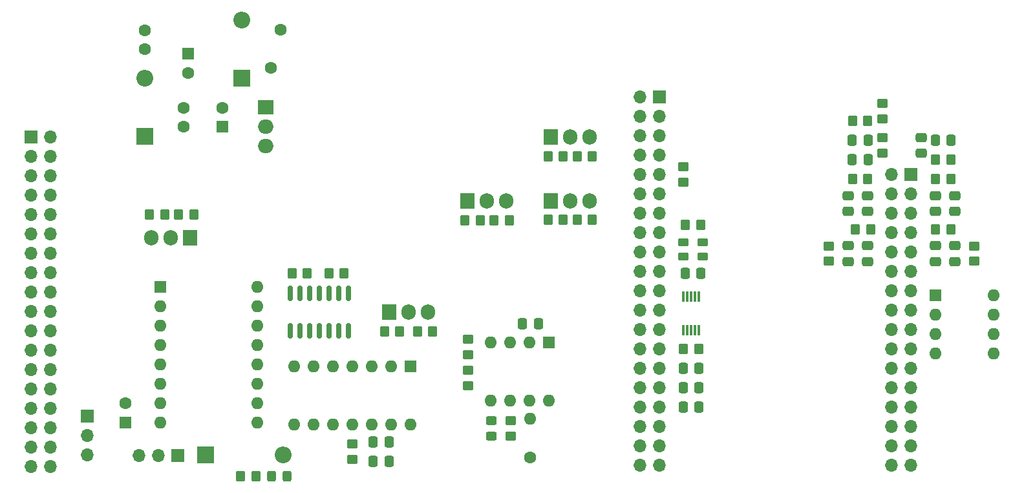
<source format=gbr>
%TF.GenerationSoftware,KiCad,Pcbnew,(6.0.0)*%
%TF.CreationDate,2022-01-12T02:58:20-05:00*%
%TF.ProjectId,klxecu,6b6c7865-6375-42e6-9b69-6361645f7063,rev?*%
%TF.SameCoordinates,Original*%
%TF.FileFunction,Soldermask,Top*%
%TF.FilePolarity,Negative*%
%FSLAX46Y46*%
G04 Gerber Fmt 4.6, Leading zero omitted, Abs format (unit mm)*
G04 Created by KiCad (PCBNEW (6.0.0)) date 2022-01-12 02:58:20*
%MOMM*%
%LPD*%
G01*
G04 APERTURE LIST*
G04 Aperture macros list*
%AMRoundRect*
0 Rectangle with rounded corners*
0 $1 Rounding radius*
0 $2 $3 $4 $5 $6 $7 $8 $9 X,Y pos of 4 corners*
0 Add a 4 corners polygon primitive as box body*
4,1,4,$2,$3,$4,$5,$6,$7,$8,$9,$2,$3,0*
0 Add four circle primitives for the rounded corners*
1,1,$1+$1,$2,$3*
1,1,$1+$1,$4,$5*
1,1,$1+$1,$6,$7*
1,1,$1+$1,$8,$9*
0 Add four rect primitives between the rounded corners*
20,1,$1+$1,$2,$3,$4,$5,0*
20,1,$1+$1,$4,$5,$6,$7,0*
20,1,$1+$1,$6,$7,$8,$9,0*
20,1,$1+$1,$8,$9,$2,$3,0*%
G04 Aperture macros list end*
%ADD10R,1.905000X2.000000*%
%ADD11O,1.905000X2.000000*%
%ADD12R,1.600000X1.600000*%
%ADD13O,1.600000X1.600000*%
%ADD14RoundRect,0.250000X-0.475000X0.337500X-0.475000X-0.337500X0.475000X-0.337500X0.475000X0.337500X0*%
%ADD15C,1.600000*%
%ADD16RoundRect,0.250000X0.350000X0.450000X-0.350000X0.450000X-0.350000X-0.450000X0.350000X-0.450000X0*%
%ADD17RoundRect,0.250000X0.337500X0.475000X-0.337500X0.475000X-0.337500X-0.475000X0.337500X-0.475000X0*%
%ADD18RoundRect,0.250000X0.325000X0.450000X-0.325000X0.450000X-0.325000X-0.450000X0.325000X-0.450000X0*%
%ADD19RoundRect,0.250000X-0.350000X-0.450000X0.350000X-0.450000X0.350000X0.450000X-0.350000X0.450000X0*%
%ADD20RoundRect,0.250000X-0.450000X0.350000X-0.450000X-0.350000X0.450000X-0.350000X0.450000X0.350000X0*%
%ADD21R,1.700000X1.700000*%
%ADD22O,1.700000X1.700000*%
%ADD23RoundRect,0.250000X-0.337500X-0.475000X0.337500X-0.475000X0.337500X0.475000X-0.337500X0.475000X0*%
%ADD24RoundRect,0.250000X0.450000X-0.350000X0.450000X0.350000X-0.450000X0.350000X-0.450000X-0.350000X0*%
%ADD25R,2.200000X2.200000*%
%ADD26O,2.200000X2.200000*%
%ADD27RoundRect,0.250000X0.450000X-0.262500X0.450000X0.262500X-0.450000X0.262500X-0.450000X-0.262500X0*%
%ADD28R,0.300000X1.400000*%
%ADD29RoundRect,0.250000X-0.450000X0.325000X-0.450000X-0.325000X0.450000X-0.325000X0.450000X0.325000X0*%
%ADD30R,2.000000X1.905000*%
%ADD31O,2.000000X1.905000*%
%ADD32RoundRect,0.250000X0.475000X-0.337500X0.475000X0.337500X-0.475000X0.337500X-0.475000X-0.337500X0*%
%ADD33RoundRect,0.250000X-0.450000X0.262500X-0.450000X-0.262500X0.450000X-0.262500X0.450000X0.262500X0*%
%ADD34RoundRect,0.150000X-0.150000X0.825000X-0.150000X-0.825000X0.150000X-0.825000X0.150000X0.825000X0*%
G04 APERTURE END LIST*
D10*
%TO.C,Q3*%
X77869489Y-59581489D03*
D11*
X80409489Y-59581489D03*
X82949489Y-59581489D03*
%TD*%
D12*
%TO.C,A1*%
X47907489Y-56279489D03*
D13*
X47907489Y-58819489D03*
X47907489Y-61359489D03*
X47907489Y-63899489D03*
X47907489Y-66439489D03*
X47907489Y-68979489D03*
X47907489Y-71519489D03*
X47907489Y-74059489D03*
X60607489Y-74059489D03*
X60607489Y-71519489D03*
X60607489Y-68979489D03*
X60607489Y-66439489D03*
X60607489Y-63899489D03*
X60607489Y-61359489D03*
X60607489Y-58819489D03*
X60607489Y-56279489D03*
%TD*%
D14*
%TO.C,C5*%
X140589000Y-44276011D03*
X140589000Y-46351011D03*
%TD*%
D12*
%TO.C,C24*%
X56098000Y-35270000D03*
D15*
X56098000Y-32770000D03*
%TD*%
D16*
%TO.C,R15*%
X151479000Y-39598511D03*
X149479000Y-39598511D03*
%TD*%
D17*
%TO.C,C20*%
X97430500Y-61087000D03*
X95355500Y-61087000D03*
%TD*%
%TO.C,C17*%
X118496500Y-66903511D03*
X116421500Y-66903511D03*
%TD*%
D18*
%TO.C,LED1*%
X64525000Y-81026000D03*
X62475000Y-81026000D03*
%TD*%
D19*
%TO.C,R12*%
X138589000Y-34518511D03*
X140589000Y-34518511D03*
%TD*%
%TO.C,R9*%
X138954000Y-48721011D03*
X140954000Y-48721011D03*
%TD*%
D20*
%TO.C,R32*%
X93853000Y-73803000D03*
X93853000Y-75803000D03*
%TD*%
D16*
%TO.C,R26*%
X72011489Y-54501489D03*
X70011489Y-54501489D03*
%TD*%
D14*
%TO.C,C3*%
X152019000Y-50858511D03*
X152019000Y-52933511D03*
%TD*%
D21*
%TO.C,J3*%
X146234000Y-41503511D03*
D22*
X143694000Y-41503511D03*
X146234000Y-44043511D03*
X143694000Y-44043511D03*
X146234000Y-46583511D03*
X143694000Y-46583511D03*
X146234000Y-49123511D03*
X143694000Y-49123511D03*
X146234000Y-51663511D03*
X143694000Y-51663511D03*
X146234000Y-54203511D03*
X143694000Y-54203511D03*
X146234000Y-56743511D03*
X143694000Y-56743511D03*
X146234000Y-59283511D03*
X143694000Y-59283511D03*
X146234000Y-61823511D03*
X143694000Y-61823511D03*
X146234000Y-64363511D03*
X143694000Y-64363511D03*
X146234000Y-66903511D03*
X143694000Y-66903511D03*
X146234000Y-69443511D03*
X143694000Y-69443511D03*
X146234000Y-71983511D03*
X143694000Y-71983511D03*
X146234000Y-74523511D03*
X143694000Y-74523511D03*
X146234000Y-77063511D03*
X143694000Y-77063511D03*
X146234000Y-79603511D03*
X143694000Y-79603511D03*
%TD*%
D15*
%TO.C,C23*%
X51018000Y-35270000D03*
X51018000Y-32770000D03*
%TD*%
%TO.C,R33*%
X96393000Y-78642000D03*
D13*
X96393000Y-73562000D03*
%TD*%
D10*
%TO.C,Q2*%
X88138000Y-44958000D03*
D11*
X90678000Y-44958000D03*
X93218000Y-44958000D03*
%TD*%
D14*
%TO.C,C13*%
X149479000Y-44276011D03*
X149479000Y-46351011D03*
%TD*%
D23*
%TO.C,C8*%
X75815989Y-79139489D03*
X77890989Y-79139489D03*
%TD*%
D17*
%TO.C,C14*%
X140626500Y-39598511D03*
X138551500Y-39598511D03*
%TD*%
D24*
%TO.C,R3*%
X154559000Y-52896011D03*
X154559000Y-50896011D03*
%TD*%
D12*
%TO.C,C21*%
X51598000Y-25690000D03*
D15*
X51598000Y-28190000D03*
%TD*%
D12*
%TO.C,IC1*%
X149489000Y-57388511D03*
D13*
X149489000Y-59928511D03*
X149489000Y-62468511D03*
X149489000Y-65008511D03*
X157109000Y-65008511D03*
X157109000Y-62468511D03*
X157109000Y-59928511D03*
X157109000Y-57388511D03*
%TD*%
D19*
%TO.C,R21*%
X87818000Y-47498000D03*
X89818000Y-47498000D03*
%TD*%
D12*
%TO.C,U4*%
X98796000Y-63510000D03*
D13*
X96256000Y-63510000D03*
X93716000Y-63510000D03*
X91176000Y-63510000D03*
X91176000Y-71130000D03*
X93716000Y-71130000D03*
X96256000Y-71130000D03*
X98796000Y-71130000D03*
%TD*%
D24*
%TO.C,R25*%
X88265000Y-65135000D03*
X88265000Y-63135000D03*
%TD*%
D16*
%TO.C,R16*%
X118459000Y-64363511D03*
X116459000Y-64363511D03*
%TD*%
D25*
%TO.C,D3*%
X58638000Y-28920000D03*
D26*
X58638000Y-21300000D03*
%TD*%
D20*
%TO.C,R14*%
X142494000Y-36693511D03*
X142494000Y-38693511D03*
%TD*%
D19*
%TO.C,R31*%
X98724000Y-47442000D03*
X100724000Y-47442000D03*
%TD*%
D27*
%TO.C,R4*%
X118979000Y-52238511D03*
X118979000Y-50413511D03*
%TD*%
D25*
%TO.C,D4*%
X45938000Y-36540000D03*
D26*
X45938000Y-28920000D03*
%TD*%
D15*
%TO.C,C22*%
X45938000Y-22610000D03*
X45938000Y-25110000D03*
%TD*%
D17*
%TO.C,C12*%
X151516500Y-37058511D03*
X149441500Y-37058511D03*
%TD*%
D10*
%TO.C,Q5*%
X99060000Y-36576000D03*
D11*
X101600000Y-36576000D03*
X104140000Y-36576000D03*
%TD*%
D17*
%TO.C,C2*%
X118746500Y-54501011D03*
X116671500Y-54501011D03*
%TD*%
D28*
%TO.C,U1*%
X118459000Y-57488511D03*
X117959000Y-57488511D03*
X117459000Y-57488511D03*
X116959000Y-57488511D03*
X116459000Y-57488511D03*
X116459000Y-61888511D03*
X116959000Y-61888511D03*
X117459000Y-61888511D03*
X117959000Y-61888511D03*
X118459000Y-61888511D03*
%TD*%
D19*
%TO.C,R27*%
X65185489Y-54501489D03*
X67185489Y-54501489D03*
%TD*%
%TO.C,R7*%
X138589000Y-42138511D03*
X140589000Y-42138511D03*
%TD*%
D17*
%TO.C,C16*%
X118496500Y-69443511D03*
X116421500Y-69443511D03*
%TD*%
D10*
%TO.C,Q1*%
X51816000Y-49855000D03*
D11*
X49276000Y-49855000D03*
X46736000Y-49855000D03*
%TD*%
D16*
%TO.C,R18*%
X48514000Y-46736000D03*
X46514000Y-46736000D03*
%TD*%
D19*
%TO.C,R19*%
X91628000Y-47498000D03*
X93628000Y-47498000D03*
%TD*%
D21*
%TO.C,JP2*%
X50183489Y-78377489D03*
D22*
X47643489Y-78377489D03*
X45103489Y-78377489D03*
%TD*%
D19*
%TO.C,R17*%
X58436000Y-81026000D03*
X60436000Y-81026000D03*
%TD*%
D25*
%TO.C,D1*%
X53848000Y-78232000D03*
D26*
X64008000Y-78232000D03*
%TD*%
D16*
%TO.C,R13*%
X151479000Y-42138511D03*
X149479000Y-42138511D03*
%TD*%
D20*
%TO.C,R1*%
X116459000Y-40503511D03*
X116459000Y-42503511D03*
%TD*%
D19*
%TO.C,R22*%
X81597489Y-62121489D03*
X83597489Y-62121489D03*
%TD*%
D21*
%TO.C,JP1*%
X38354000Y-73167000D03*
D22*
X38354000Y-75707000D03*
X38354000Y-78247000D03*
%TD*%
D23*
%TO.C,C11*%
X75815989Y-76599489D03*
X77890989Y-76599489D03*
%TD*%
D29*
%TO.C,LED2*%
X91313000Y-73778000D03*
X91313000Y-75828000D03*
%TD*%
D30*
%TO.C,U6*%
X61758000Y-32730000D03*
D31*
X61758000Y-35270000D03*
X61758000Y-37810000D03*
%TD*%
D19*
%TO.C,R29*%
X102534000Y-47442000D03*
X104534000Y-47442000D03*
%TD*%
D32*
%TO.C,C15*%
X147574000Y-38731011D03*
X147574000Y-36656011D03*
%TD*%
D12*
%TO.C,C19*%
X43325489Y-73994602D03*
D15*
X43325489Y-71494602D03*
%TD*%
D21*
%TO.C,J1*%
X113284000Y-31343511D03*
D22*
X110744000Y-31343511D03*
X113284000Y-33883511D03*
X110744000Y-33883511D03*
X113284000Y-36423511D03*
X110744000Y-36423511D03*
X113284000Y-38963511D03*
X110744000Y-38963511D03*
X113284000Y-41503511D03*
X110744000Y-41503511D03*
X113284000Y-44043511D03*
X110744000Y-44043511D03*
X113284000Y-46583511D03*
X110744000Y-46583511D03*
X113284000Y-49123511D03*
X110744000Y-49123511D03*
X113284000Y-51663511D03*
X110744000Y-51663511D03*
X113284000Y-54203511D03*
X110744000Y-54203511D03*
X113284000Y-56743511D03*
X110744000Y-56743511D03*
X113284000Y-59283511D03*
X110744000Y-59283511D03*
X113284000Y-61823511D03*
X110744000Y-61823511D03*
X113284000Y-64363511D03*
X110744000Y-64363511D03*
X113284000Y-66903511D03*
X110744000Y-66903511D03*
X113284000Y-69443511D03*
X110744000Y-69443511D03*
X113284000Y-71983511D03*
X110744000Y-71983511D03*
X113284000Y-74523511D03*
X110744000Y-74523511D03*
X113284000Y-77063511D03*
X110744000Y-77063511D03*
X113284000Y-79603511D03*
X110744000Y-79603511D03*
%TD*%
D14*
%TO.C,C7*%
X140589000Y-50858511D03*
X140589000Y-52933511D03*
%TD*%
D17*
%TO.C,C18*%
X118496500Y-71983511D03*
X116421500Y-71983511D03*
%TD*%
D21*
%TO.C,J2*%
X30983000Y-36591000D03*
D22*
X30983000Y-39131000D03*
X30983000Y-41671000D03*
X30983000Y-44211000D03*
X30983000Y-46751000D03*
X30983000Y-49291000D03*
X30983000Y-51831000D03*
X30983000Y-54371000D03*
X30983000Y-56911000D03*
X30983000Y-59451000D03*
X30983000Y-61991000D03*
X30983000Y-64531000D03*
X30983000Y-67071000D03*
X30983000Y-69611000D03*
X30983000Y-72151000D03*
X30983000Y-74691000D03*
X30983000Y-77231000D03*
X30983000Y-79771000D03*
X33523000Y-36591000D03*
X33523000Y-39131000D03*
X33523000Y-41671000D03*
X33523000Y-44211000D03*
X33523000Y-46751000D03*
X33523000Y-49291000D03*
X33523000Y-51831000D03*
X33523000Y-54371000D03*
X33523000Y-56911000D03*
X33523000Y-59451000D03*
X33523000Y-61991000D03*
X33523000Y-64531000D03*
X33523000Y-67071000D03*
X33523000Y-69611000D03*
X33523000Y-72151000D03*
X33523000Y-74691000D03*
X33523000Y-77231000D03*
X33523000Y-79771000D03*
%TD*%
D16*
%TO.C,R2*%
X118709000Y-48151011D03*
X116709000Y-48151011D03*
%TD*%
D12*
%TO.C,U2*%
X80663489Y-66693489D03*
D13*
X78123489Y-66693489D03*
X75583489Y-66693489D03*
X73043489Y-66693489D03*
X70503489Y-66693489D03*
X67963489Y-66693489D03*
X65423489Y-66693489D03*
X65423489Y-74313489D03*
X67963489Y-74313489D03*
X70503489Y-74313489D03*
X73043489Y-74313489D03*
X75583489Y-74313489D03*
X78123489Y-74313489D03*
X80663489Y-74313489D03*
%TD*%
D16*
%TO.C,R8*%
X151479000Y-48721011D03*
X149479000Y-48721011D03*
%TD*%
D14*
%TO.C,C1*%
X138049000Y-44276011D03*
X138049000Y-46351011D03*
%TD*%
D33*
%TO.C,R5*%
X116439000Y-50413511D03*
X116439000Y-52238511D03*
%TD*%
D24*
%TO.C,R6*%
X135509000Y-52896011D03*
X135509000Y-50896011D03*
%TD*%
D16*
%TO.C,R20*%
X52324000Y-46736000D03*
X50324000Y-46736000D03*
%TD*%
D10*
%TO.C,Q4*%
X99060000Y-44958000D03*
D11*
X101600000Y-44958000D03*
X104140000Y-44958000D03*
%TD*%
D34*
%TO.C,U3*%
X72535489Y-57096489D03*
X71265489Y-57096489D03*
X69995489Y-57096489D03*
X68725489Y-57096489D03*
X67455489Y-57096489D03*
X66185489Y-57096489D03*
X64915489Y-57096489D03*
X64915489Y-62046489D03*
X66185489Y-62046489D03*
X67455489Y-62046489D03*
X68725489Y-62046489D03*
X69995489Y-62046489D03*
X71265489Y-62046489D03*
X72535489Y-62046489D03*
%TD*%
D14*
%TO.C,C4*%
X138049000Y-50858511D03*
X138049000Y-52933511D03*
%TD*%
D19*
%TO.C,R28*%
X102534000Y-39187000D03*
X104534000Y-39187000D03*
%TD*%
D24*
%TO.C,R10*%
X73043489Y-78869489D03*
X73043489Y-76869489D03*
%TD*%
D14*
%TO.C,C6*%
X149479000Y-50858511D03*
X149479000Y-52933511D03*
%TD*%
D17*
%TO.C,C10*%
X140626500Y-37058511D03*
X138551500Y-37058511D03*
%TD*%
D19*
%TO.C,R23*%
X77279489Y-62121489D03*
X79279489Y-62121489D03*
%TD*%
%TO.C,R30*%
X98724000Y-39187000D03*
X100724000Y-39187000D03*
%TD*%
D14*
%TO.C,C9*%
X152019000Y-44276011D03*
X152019000Y-46351011D03*
%TD*%
D24*
%TO.C,R24*%
X88265000Y-69215000D03*
X88265000Y-67215000D03*
%TD*%
D15*
%TO.C,U5*%
X63718000Y-22570000D03*
X62418000Y-27570000D03*
%TD*%
D24*
%TO.C,R11*%
X142494000Y-34248511D03*
X142494000Y-32248511D03*
%TD*%
M02*

</source>
